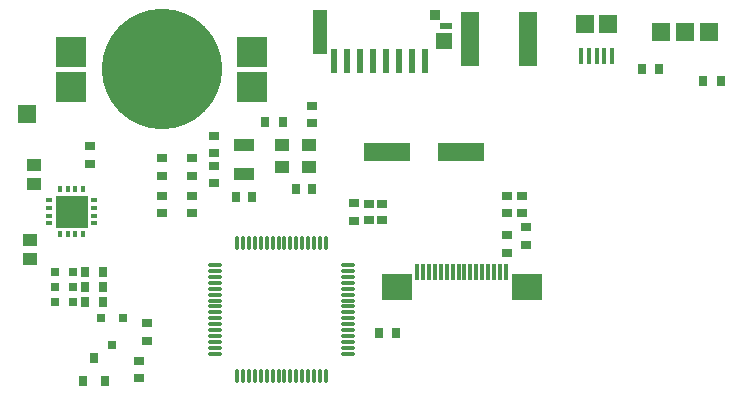
<source format=gbp>
G04*
G04 #@! TF.GenerationSoftware,Altium Limited,CircuitStudio,1.5.2 (1.5.2.30)*
G04*
G04 Layer_Color=16770453*
%FSAX24Y24*%
%MOIN*%
G70*
G01*
G75*
%ADD10R,0.0709X0.0394*%
%ADD17R,0.0299X0.0299*%
%ADD19R,0.0315X0.0354*%
%ADD37R,0.0354X0.0315*%
%ADD38R,0.0591X0.0591*%
%ADD39R,0.0315X0.0354*%
%ADD40R,0.0512X0.0394*%
%ADD41R,0.0276X0.0354*%
%ADD42R,0.0354X0.0276*%
%ADD61R,0.0512X0.0413*%
%ADD62R,0.0157X0.0532*%
%ADD63R,0.0591X0.0610*%
%ADD64O,0.0118X0.0512*%
%ADD65O,0.0512X0.0118*%
%ADD66R,0.1043X0.0906*%
%ADD67R,0.0118X0.0551*%
%ADD68R,0.0591X0.1811*%
%ADD69R,0.0315X0.0315*%
%ADD70R,0.1575X0.0630*%
%ADD71C,0.4016*%
%ADD72R,0.0984X0.0984*%
%ADD73R,0.1063X0.1063*%
%ADD74R,0.0236X0.0118*%
%ADD75R,0.0118X0.0236*%
%ADD76R,0.0374X0.0335*%
%ADD77R,0.0394X0.0236*%
%ADD78R,0.0571X0.0551*%
%ADD79R,0.0472X0.1492*%
%ADD80R,0.0236X0.0787*%
D10*
X019500Y019258D02*
D03*
Y020242D02*
D03*
D17*
X015100Y013548D02*
D03*
X014726Y014450D02*
D03*
X015474D02*
D03*
D19*
X014500Y013144D02*
D03*
X014126Y012356D02*
D03*
X014874D02*
D03*
D37*
X021750Y021526D02*
D03*
Y020974D02*
D03*
X018500Y020526D02*
D03*
Y019974D02*
D03*
X023650Y018276D02*
D03*
Y017724D02*
D03*
X024100Y018276D02*
D03*
Y017724D02*
D03*
D38*
X035000Y024000D02*
D03*
X012250Y021250D02*
D03*
X034200Y024000D02*
D03*
X033400D02*
D03*
D39*
X021776Y018750D02*
D03*
X021224D02*
D03*
X024554Y013964D02*
D03*
X024003D02*
D03*
X019224Y018500D02*
D03*
X019776D02*
D03*
D40*
X012500Y019565D02*
D03*
Y018935D02*
D03*
X012350Y017065D02*
D03*
Y016435D02*
D03*
D41*
X035395Y022350D02*
D03*
X034805Y022350D02*
D03*
X033345Y022750D02*
D03*
X032755D02*
D03*
X014795Y016000D02*
D03*
X014205D02*
D03*
X014795Y015500D02*
D03*
X014205D02*
D03*
X014795Y015000D02*
D03*
X014205D02*
D03*
X020795Y021000D02*
D03*
X020205D02*
D03*
D42*
X014350Y020195D02*
D03*
Y019605D02*
D03*
X023150Y018295D02*
D03*
Y017705D02*
D03*
X016750Y018545D02*
D03*
Y017955D02*
D03*
X017750Y018545D02*
D03*
Y017955D02*
D03*
X016750Y019795D02*
D03*
Y019205D02*
D03*
X017750Y019795D02*
D03*
Y019205D02*
D03*
X016250Y014295D02*
D03*
Y013705D02*
D03*
X016000Y013045D02*
D03*
Y012455D02*
D03*
X028250Y018545D02*
D03*
Y017955D02*
D03*
X028250Y016647D02*
D03*
Y017238D02*
D03*
X028750Y018545D02*
D03*
Y017955D02*
D03*
X028900Y016905D02*
D03*
Y017495D02*
D03*
X018500Y018955D02*
D03*
Y019545D02*
D03*
D61*
X021656Y020228D02*
D03*
Y019500D02*
D03*
X020750Y020228D02*
D03*
Y019500D02*
D03*
D62*
X030994Y023187D02*
D03*
X031250D02*
D03*
X031762D02*
D03*
X031506D02*
D03*
X030738D02*
D03*
D63*
X031644Y024250D02*
D03*
X030856D02*
D03*
D64*
X019274Y016974D02*
D03*
X019470D02*
D03*
X019667D02*
D03*
X019864D02*
D03*
X020061D02*
D03*
X020258D02*
D03*
X020455D02*
D03*
X020652D02*
D03*
X020848D02*
D03*
X021045D02*
D03*
X021242D02*
D03*
X021439D02*
D03*
X021636D02*
D03*
X021833D02*
D03*
X022030D02*
D03*
X022226D02*
D03*
Y012526D02*
D03*
X022030D02*
D03*
X021833D02*
D03*
X021636Y012526D02*
D03*
X021439D02*
D03*
X021242D02*
D03*
X021045D02*
D03*
X020848D02*
D03*
X020652Y012526D02*
D03*
X020455D02*
D03*
X020258Y012526D02*
D03*
X020061D02*
D03*
X019864D02*
D03*
X019667D02*
D03*
X019470D02*
D03*
X019274Y012526D02*
D03*
D65*
X022974Y016226D02*
D03*
X022974Y016030D02*
D03*
Y015833D02*
D03*
Y015636D02*
D03*
Y015439D02*
D03*
Y015242D02*
D03*
X022974Y015045D02*
D03*
Y014848D02*
D03*
X022974Y014652D02*
D03*
Y014455D02*
D03*
Y014258D02*
D03*
Y014061D02*
D03*
Y013864D02*
D03*
X022974Y013667D02*
D03*
Y013470D02*
D03*
Y013274D02*
D03*
X018526D02*
D03*
Y013470D02*
D03*
Y013667D02*
D03*
Y013864D02*
D03*
Y014061D02*
D03*
Y014258D02*
D03*
Y014455D02*
D03*
Y014652D02*
D03*
Y014848D02*
D03*
Y015045D02*
D03*
Y015242D02*
D03*
Y015439D02*
D03*
Y015636D02*
D03*
Y015833D02*
D03*
Y016030D02*
D03*
Y016226D02*
D03*
D66*
X024585Y015508D02*
D03*
X028915D02*
D03*
D67*
X025274Y016000D02*
D03*
X025470D02*
D03*
X025667D02*
D03*
X025864D02*
D03*
X026061D02*
D03*
X026258D02*
D03*
X026455D02*
D03*
X026652D02*
D03*
X028226D02*
D03*
X028030D02*
D03*
X027833D02*
D03*
X027636D02*
D03*
X027439D02*
D03*
X027242D02*
D03*
X027045D02*
D03*
X026848D02*
D03*
D68*
X027035Y023750D02*
D03*
X028965D02*
D03*
D69*
X013205Y015000D02*
D03*
X013795D02*
D03*
Y016000D02*
D03*
X013205D02*
D03*
X013795Y015500D02*
D03*
X013205D02*
D03*
D70*
X024280Y020000D02*
D03*
X026720D02*
D03*
D71*
X016750Y022750D02*
D03*
D72*
X013738Y022159D02*
D03*
Y023341D02*
D03*
X019762D02*
D03*
Y022159D02*
D03*
D73*
X013750Y018000D02*
D03*
D74*
X013002Y017616D02*
D03*
Y017872D02*
D03*
Y018128D02*
D03*
Y018384D02*
D03*
X014498D02*
D03*
Y018128D02*
D03*
Y017872D02*
D03*
Y017616D02*
D03*
D75*
X013366Y018748D02*
D03*
X013622D02*
D03*
X013878D02*
D03*
X014134D02*
D03*
Y017252D02*
D03*
X013878D02*
D03*
X013622D02*
D03*
X013366D02*
D03*
D76*
X025880Y024577D02*
D03*
D77*
X026244Y024193D02*
D03*
D78*
X026156Y023701D02*
D03*
D79*
X022032Y023998D02*
D03*
D80*
X025516Y023022D02*
D03*
X025083D02*
D03*
X024650D02*
D03*
X024217D02*
D03*
X022484D02*
D03*
X022917D02*
D03*
X023350D02*
D03*
X023783D02*
D03*
M02*

</source>
